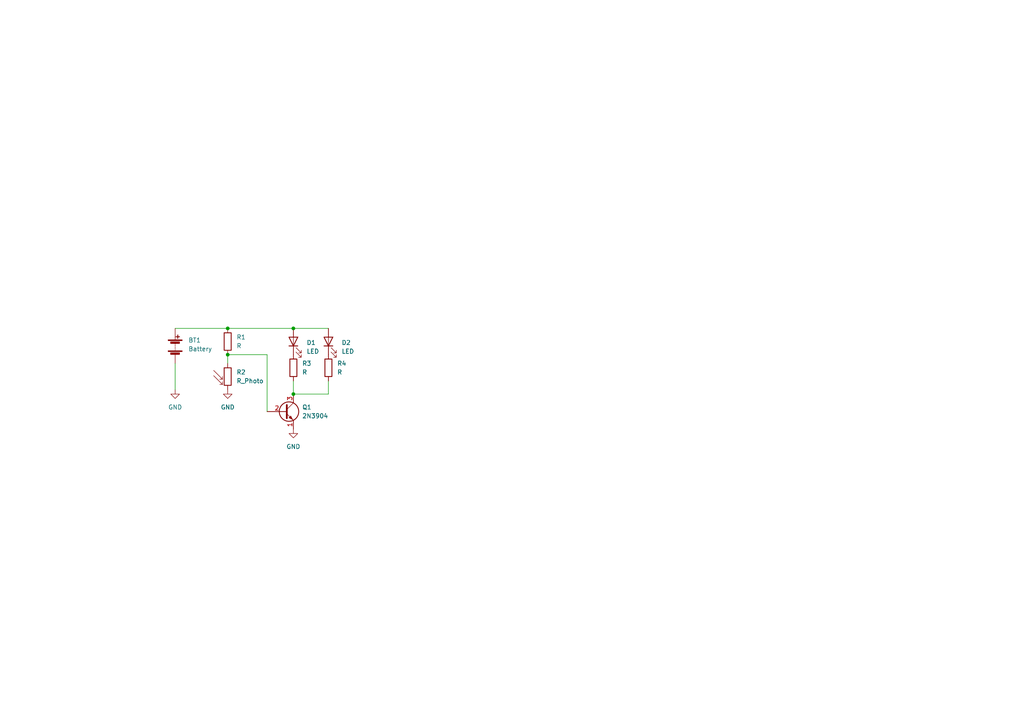
<source format=kicad_sch>
(kicad_sch (version 20211123) (generator eeschema)
  (paper "A4")
  (lib_symbols
    (symbol "Device:Battery" (pin_numbers hide) (pin_names (offset 0) hide)
      (property "Reference" "BT" (at 2.54 2.54 0))
      (property "Value" "Battery" (at 2.54 0 0))
      (symbol "Battery_0_1"
        (rectangle (start -2.032 -1.397) (end 2.032 -1.651) (fill (type outline)))
        (rectangle (start -2.032 1.778) (end 2.032 1.524) (fill (type outline)))
        (rectangle (start -1.3208 -1.9812) (end 1.27 -2.4892) (fill (type outline)))
        (rectangle (start -1.3208 1.1938) (end 1.27 0.6858) (fill (type outline)))
        (polyline (pts (xy 0 -1.524) (xy 0 -1.27)))
        (polyline (pts (xy 0 -1.016) (xy 0 -0.762)))
        (polyline (pts (xy 0 -0.508) (xy 0 -0.254)))
        (polyline (pts (xy 0 0) (xy 0 0.254)))
        (polyline (pts (xy 0 0.508) (xy 0 0.762)))
        (polyline (pts (xy 0 1.778) (xy 0 2.54)))
        (polyline (pts (xy 0.254 2.667) (xy 1.27 2.667)) (stroke (width 0.254)))
        (polyline (pts (xy 0.762 3.175) (xy 0.762 2.159)) (stroke (width 0.254)))
      )
      (symbol "Battery_1_1"
        (pin passive line (at 0 5.08 270) (length 2.54) (name "+") (number "1"))
        (pin passive line (at 0 -5.08 90) (length 2.54) (name "-") (number "2"))
      )
    )
    (symbol "Device:LED" (pin_numbers hide) (pin_names (offset 1.016) hide)
      (property "Reference" "D" (at 0 2.54 0))
      (property "Value" "LED" (at 0 -2.54 0))
      (symbol "LED_0_1"
        (polyline (pts (xy -1.27 -1.27) (xy -1.27 1.27)) (stroke (width 0.254)))
        (polyline (pts (xy -1.27 0) (xy 1.27 0)))
        (polyline (pts (xy 1.27 -1.27) (xy 1.27 1.27) (xy -1.27 0) (xy 1.27 -1.27)) (stroke (width 0.254)))
        (polyline (pts (xy -3.048 -0.762) (xy -4.572 -2.286) (xy -3.81 -2.286) (xy -4.572 -2.286) (xy -4.572 -1.524)))
        (polyline (pts (xy -1.778 -0.762) (xy -3.302 -2.286) (xy -2.54 -2.286) (xy -3.302 -2.286) (xy -3.302 -1.524)))
      )
      (symbol "LED_1_1"
        (pin passive line (at -3.81 0 0) (length 2.54) (name "K") (number "1"))
        (pin passive line (at 3.81 0 180) (length 2.54) (name "A") (number "2"))
      )
    )
    (symbol "Device:R" (pin_numbers hide) (pin_names (offset 0))
      (property "Reference" "R" (at 2.032 0 90))
      (property "Value" "R" (at 0 0 90))
      (symbol "R_0_1"
        (rectangle (start -1.016 -2.54) (end 1.016 2.54) (stroke (width 0.254)))
      )
      (symbol "R_1_1"
        (pin passive line (at 0 3.81 270) (length 1.27) (name "~") (number "1"))
        (pin passive line (at 0 -3.81 90) (length 1.27) (name "~") (number "2"))
      )
    )
    (symbol "Device:R_Photo" (pin_numbers hide) (pin_names (offset 0))
      (property "Reference" "R" (at 1.27 1.27 0))
      (property "Value" "R_Photo" (at 1.27 0 0))
      (symbol "R_Photo_0_1"
        (rectangle (start -1.016 2.54) (end 1.016 -2.54) (stroke (width 0.254)))
        (polyline (pts (xy -1.524 -2.286) (xy -4.064 0.254)))
        (polyline (pts (xy -1.524 -2.286) (xy -2.286 -2.286)))
        (polyline (pts (xy -1.524 -2.286) (xy -1.524 -1.524)))
        (polyline (pts (xy -1.524 -0.762) (xy -4.064 1.778)))
        (polyline (pts (xy -1.524 -0.762) (xy -2.286 -0.762)))
        (polyline (pts (xy -1.524 -0.762) (xy -1.524 0)))
      )
      (symbol "R_Photo_1_1"
        (pin passive line (at 0 3.81 270) (length 1.27) (name "~") (number "1"))
        (pin passive line (at 0 -3.81 90) (length 1.27) (name "~") (number "2"))
      )
    )
    (symbol "Transistor_BJT:2N3904" (pin_names (offset 0) hide)
      (property "Reference" "Q" (at 5.08 1.905 0))
      (property "Value" "2N3904" (at 5.08 0 0))
      (symbol "2N3904_0_1"
        (polyline (pts (xy 0.635 0.635) (xy 2.54 2.54)))
        (polyline (pts (xy 0.635 -0.635) (xy 2.54 -2.54) (xy 2.54 -2.54)))
        (polyline (pts (xy 0.635 1.905) (xy 0.635 -1.905) (xy 0.635 -1.905)) (stroke (width 0.508)))
        (polyline (pts (xy 1.27 -1.778) (xy 1.778 -1.27) (xy 2.286 -2.286) (xy 1.27 -1.778) (xy 1.27 -1.778)) (fill (type outline)))
        (circle (center 1.27 0) (radius 2.8194) (stroke (width 0.254)))
      )
      (symbol "2N3904_1_1"
        (pin passive line (at 2.54 -5.08 90) (length 2.54) (name "E") (number "1"))
        (pin passive line (at -5.08 0 0) (length 5.715) (name "B") (number "2"))
        (pin passive line (at 2.54 5.08 270) (length 2.54) (name "C") (number "3"))
      )
    )
    (symbol "power:GND" (power) (pin_names (offset 0))
      (property "Value" "GND" (at 0 -3.81 0))
      (symbol "GND_0_1"
        (polyline (pts (xy 0 0) (xy 0 -1.27) (xy 1.27 -1.27) (xy 0 -2.54) (xy -1.27 -1.27) (xy 0 -1.27)))
      )
      (symbol "GND_1_1"
        (pin power_in line (at 0 0 270) (length 0) hide (name "GND") (number "1"))
      )
    )
  )
  (junction (at 66.04 102.87))
  (junction (at 85.09 114.3))
  (junction (at 85.09 95.25))
  (junction (at 66.04 95.25))
  (wire (pts (xy 95.25 110.49) (xy 95.25 114.3)))
  (wire (pts (xy 50.8 105.41) (xy 50.8 113.03)))
  (wire (pts (xy 77.47 119.38) (xy 77.47 102.87)))
  (wire (pts (xy 66.04 105.41) (xy 66.04 102.87)))
  (wire (pts (xy 77.47 102.87) (xy 66.04 102.87)))
  (wire (pts (xy 66.04 95.25) (xy 85.09 95.25)))
  (wire (pts (xy 95.25 114.3) (xy 85.09 114.3)))
  (wire (pts (xy 85.09 110.49) (xy 85.09 114.3)))
  (wire (pts (xy 50.8 95.25) (xy 66.04 95.25)))
  (wire (pts (xy 85.09 95.25) (xy 95.25 95.25)))
  (symbol (lib_id "power:GND") (at 85.09 124.46 0) (unit 1)
    (property "Reference" "#PWR03" (effects hide))
    (property "Value" "GND" (at 85.09 129.54 0))
  )
  (symbol (lib_id "Device:R_Photo") (at 66.04 109.22 0) (unit 1)
    (property "Reference" "R2" (at 68.58 107.9499 0) (effects (justify left)))
    (property "Value" "R_Photo" (at 68.58 110.4899 0) (effects (justify left)))
    (property "Footprint" "Capacitor_THT:CP_Radial_Tantal_D4.5mm_P5.00mm" (effects hide))
  )
  (symbol (lib_id "Device:R") (at 85.09 106.68 0) (unit 1)
    (property "Reference" "R3" (at 87.63 105.4099 0) (effects (justify left)))
    (property "Value" "R" (at 87.63 107.9499 0) (effects (justify left)))
    (property "Footprint" "Resistor_THT:R_Axial_DIN0207_L6.3mm_D2.5mm_P10.16mm_Horizontal" (effects hide))
  )
  (symbol (lib_id "power:GND") (at 66.04 113.03 0) (unit 1)
    (property "Reference" "#PWR02" (effects hide))
    (property "Value" "GND" (at 66.04 118.11 0))
  )
  (symbol (lib_id "Device:R") (at 95.25 106.68 0) (unit 1)
    (property "Reference" "R4" (at 97.79 105.4099 0) (effects (justify left)))
    (property "Value" "R" (at 97.79 107.9499 0) (effects (justify left)))
    (property "Footprint" "Resistor_THT:R_Axial_DIN0207_L6.3mm_D2.5mm_P10.16mm_Horizontal" (effects hide))
  )
  (symbol (lib_id "Device:LED") (at 85.09 99.06 90) (unit 1)
    (property "Reference" "D1" (at 88.9 99.3774 90) (effects (justify right)))
    (property "Value" "LED" (at 88.9 101.9174 90) (effects (justify right)))
    (property "Footprint" "LED_THT:LED_D5.0mm" (effects hide))
  )
  (symbol (lib_id "Device:R") (at 66.04 99.06 0) (unit 1)
    (property "Reference" "R1" (at 68.58 97.7899 0) (effects (justify left)))
    (property "Value" "R" (at 68.58 100.3299 0) (effects (justify left)))
    (property "Footprint" "Resistor_THT:R_Axial_DIN0207_L6.3mm_D2.5mm_P10.16mm_Horizontal" (effects hide))
  )
  (symbol (lib_id "Device:LED") (at 95.25 99.06 90) (unit 1)
    (property "Reference" "D2" (at 99.06 99.3774 90) (effects (justify right)))
    (property "Value" "LED" (at 99.06 101.9174 90) (effects (justify right)))
    (property "Footprint" "LED_THT:LED_D5.0mm" (effects hide))
  )
  (symbol (lib_id "Transistor_BJT:2N3904") (at 82.55 119.38 0) (unit 1)
    (property "Reference" "Q1" (at 87.63 118.1099 0) (effects (justify left)))
    (property "Value" "2N3904" (at 87.63 120.6499 0) (effects (justify left)))
    (property "Footprint" "Package_TO_SOT_THT:TO-92_Inline" (effects hide))
    (property "Datasheet" "https://www.onsemi.com/pub/Collateral/2N3903-D.PDF" (effects hide))
  )
  (symbol (lib_id "Device:Battery") (at 50.8 100.33 0) (unit 1)
    (property "Reference" "BT1" (at 54.61 98.6789 0) (effects (justify left)))
    (property "Value" "Battery" (at 54.61 101.2189 0) (effects (justify left)))
    (property "Footprint" "Battery:CR2032 retainer" (effects hide))
  )
  (symbol (lib_id "power:GND") (at 50.8 113.03 0) (unit 1)
    (property "Reference" "#PWR01" (effects hide))
    (property "Value" "GND" (at 50.8 118.11 0))
  )
)
</source>
